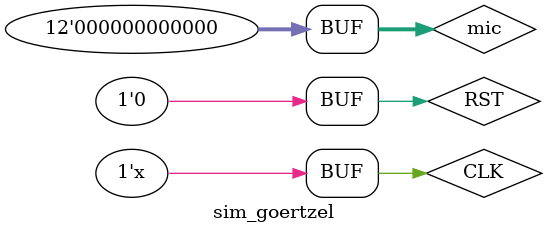
<source format=v>
`timescale 1ns / 1ps


module sim_goertzel(
    );
    
    // 100MHz clock
    reg CLK = 0;
    always begin
        #5 CLK <= ~CLK;
    end
    
    reg RST = 0;
    reg [11:0] mic = 0;
    wire [60:0] y1;
    wire [60:0] y2;
    goertzel goertzel(CLK, RST, mic, y1, y2); 
    
endmodule

</source>
